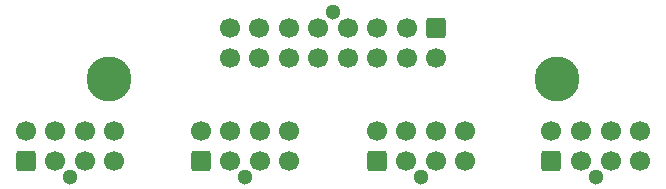
<source format=gbr>
%TF.GenerationSoftware,KiCad,Pcbnew,8.0.1-rc1*%
%TF.CreationDate,2024-05-02T00:25:51-04:00*%
%TF.ProjectId,Mustachio_v2,4d757374-6163-4686-996f-5f76322e6b69,rev?*%
%TF.SameCoordinates,Original*%
%TF.FileFunction,Soldermask,Bot*%
%TF.FilePolarity,Negative*%
%FSLAX46Y46*%
G04 Gerber Fmt 4.6, Leading zero omitted, Abs format (unit mm)*
G04 Created by KiCad (PCBNEW 8.0.1-rc1) date 2024-05-02 00:25:51*
%MOMM*%
%LPD*%
G01*
G04 APERTURE LIST*
G04 Aperture macros list*
%AMRoundRect*
0 Rectangle with rounded corners*
0 $1 Rounding radius*
0 $2 $3 $4 $5 $6 $7 $8 $9 X,Y pos of 4 corners*
0 Add a 4 corners polygon primitive as box body*
4,1,4,$2,$3,$4,$5,$6,$7,$8,$9,$2,$3,0*
0 Add four circle primitives for the rounded corners*
1,1,$1+$1,$2,$3*
1,1,$1+$1,$4,$5*
1,1,$1+$1,$6,$7*
1,1,$1+$1,$8,$9*
0 Add four rect primitives between the rounded corners*
20,1,$1+$1,$2,$3,$4,$5,0*
20,1,$1+$1,$4,$5,$6,$7,0*
20,1,$1+$1,$6,$7,$8,$9,0*
20,1,$1+$1,$8,$9,$2,$3,0*%
G04 Aperture macros list end*
%ADD10C,3.800000*%
%ADD11C,1.300000*%
%ADD12RoundRect,0.250000X0.600000X-0.600000X0.600000X0.600000X-0.600000X0.600000X-0.600000X-0.600000X0*%
%ADD13C,1.700000*%
%ADD14RoundRect,0.250000X-0.600000X0.600000X-0.600000X-0.600000X0.600000X-0.600000X0.600000X0.600000X0*%
G04 APERTURE END LIST*
D10*
%TO.C,H102*%
X96200000Y-49900000D03*
%TD*%
%TO.C,H101*%
X134200000Y-49900000D03*
%TD*%
D11*
%TO.C,PROXI*%
X122650000Y-58140000D03*
D12*
X118900000Y-56800000D03*
D13*
X121400000Y-56800000D03*
X123900000Y-56800000D03*
X126400000Y-56800000D03*
X118900000Y-54300000D03*
X121400000Y-54300000D03*
X123900000Y-54300000D03*
X126400000Y-54300000D03*
%TD*%
D11*
%TO.C,BNO_2*%
X107750000Y-58140000D03*
D12*
X104000000Y-56800000D03*
D13*
X106500000Y-56800000D03*
X109000000Y-56800000D03*
X111500000Y-56800000D03*
X104000000Y-54300000D03*
X106500000Y-54300000D03*
X109000000Y-54300000D03*
X111500000Y-54300000D03*
%TD*%
D11*
%TO.C,BNO_1*%
X92950000Y-58140000D03*
D12*
X89200000Y-56800000D03*
D13*
X91700000Y-56800000D03*
X94200000Y-56800000D03*
X96700000Y-56800000D03*
X89200000Y-54300000D03*
X91700000Y-54300000D03*
X94200000Y-54300000D03*
X96700000Y-54300000D03*
%TD*%
%TO.C,ENCODEUR*%
X141200000Y-54300000D03*
X138700000Y-54300000D03*
X136200000Y-54300000D03*
X133700000Y-54300000D03*
X141200000Y-56800000D03*
X138700000Y-56800000D03*
X136200000Y-56800000D03*
D12*
X133700000Y-56800000D03*
D11*
X137450000Y-58140000D03*
%TD*%
%TO.C,J101*%
X115200000Y-44200000D03*
D14*
X123950000Y-45540000D03*
D13*
X121450000Y-45540000D03*
X118950000Y-45540000D03*
X116450000Y-45540000D03*
X113950000Y-45540000D03*
X111450000Y-45540000D03*
X108950000Y-45540000D03*
X106450000Y-45540000D03*
X123950000Y-48040000D03*
X121450000Y-48040000D03*
X118950000Y-48040000D03*
X116450000Y-48040000D03*
X113950000Y-48040000D03*
X111450000Y-48040000D03*
X108950000Y-48040000D03*
X106450000Y-48040000D03*
%TD*%
M02*

</source>
